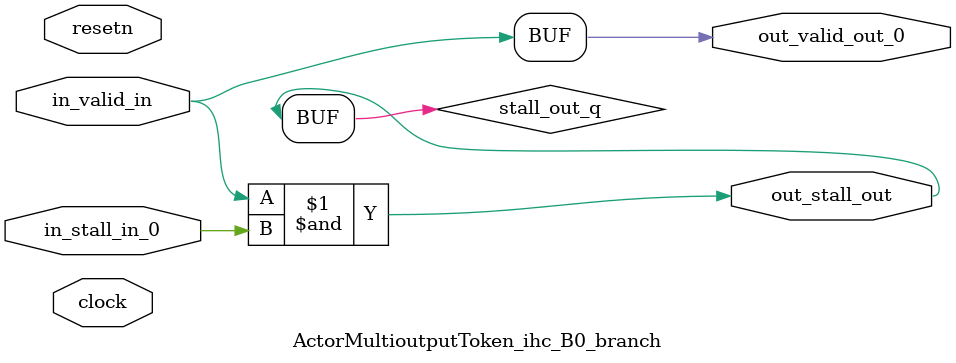
<source format=sv>



(* altera_attribute = "-name AUTO_SHIFT_REGISTER_RECOGNITION OFF; -name MESSAGE_DISABLE 10036; -name MESSAGE_DISABLE 10037; -name MESSAGE_DISABLE 14130; -name MESSAGE_DISABLE 14320; -name MESSAGE_DISABLE 15400; -name MESSAGE_DISABLE 14130; -name MESSAGE_DISABLE 10036; -name MESSAGE_DISABLE 12020; -name MESSAGE_DISABLE 12030; -name MESSAGE_DISABLE 12010; -name MESSAGE_DISABLE 12110; -name MESSAGE_DISABLE 14320; -name MESSAGE_DISABLE 13410; -name MESSAGE_DISABLE 113007; -name MESSAGE_DISABLE 10958" *)
module ActorMultioutputToken_ihc_B0_branch (
    input wire [0:0] in_stall_in_0,
    input wire [0:0] in_valid_in,
    output wire [0:0] out_stall_out,
    output wire [0:0] out_valid_out_0,
    input wire clock,
    input wire resetn
    );

    wire [0:0] stall_out_q;


    // stall_out(LOGICAL,6)
    assign stall_out_q = in_valid_in & in_stall_in_0;

    // out_stall_out(GPOUT,4)
    assign out_stall_out = stall_out_q;

    // out_valid_out_0(GPOUT,5)
    assign out_valid_out_0 = in_valid_in;

endmodule

</source>
